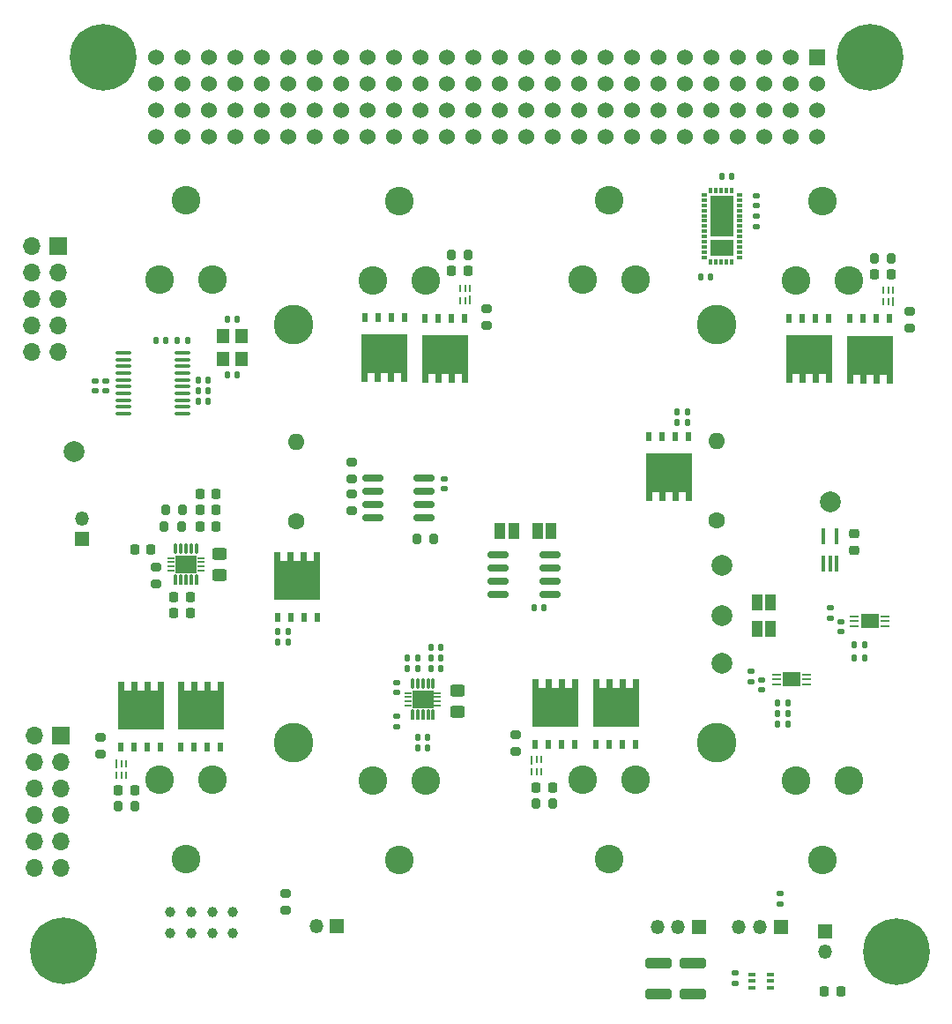
<source format=gbs>
G04 #@! TF.GenerationSoftware,KiCad,Pcbnew,(6.0.7)*
G04 #@! TF.CreationDate,2023-05-04T23:35:30-04:00*
G04 #@! TF.ProjectId,battery_board_v2,62617474-6572-4795-9f62-6f6172645f76,rev?*
G04 #@! TF.SameCoordinates,Original*
G04 #@! TF.FileFunction,Soldermask,Bot*
G04 #@! TF.FilePolarity,Negative*
%FSLAX46Y46*%
G04 Gerber Fmt 4.6, Leading zero omitted, Abs format (unit mm)*
G04 Created by KiCad (PCBNEW (6.0.7)) date 2023-05-04 23:35:30*
%MOMM*%
%LPD*%
G01*
G04 APERTURE LIST*
G04 Aperture macros list*
%AMRoundRect*
0 Rectangle with rounded corners*
0 $1 Rounding radius*
0 $2 $3 $4 $5 $6 $7 $8 $9 X,Y pos of 4 corners*
0 Add a 4 corners polygon primitive as box body*
4,1,4,$2,$3,$4,$5,$6,$7,$8,$9,$2,$3,0*
0 Add four circle primitives for the rounded corners*
1,1,$1+$1,$2,$3*
1,1,$1+$1,$4,$5*
1,1,$1+$1,$6,$7*
1,1,$1+$1,$8,$9*
0 Add four rect primitives between the rounded corners*
20,1,$1+$1,$2,$3,$4,$5,0*
20,1,$1+$1,$4,$5,$6,$7,0*
20,1,$1+$1,$6,$7,$8,$9,0*
20,1,$1+$1,$8,$9,$2,$3,0*%
%AMFreePoly0*
4,1,17,2.675000,1.605000,1.875000,1.605000,1.875000,0.935000,2.675000,0.935000,2.675000,0.335000,1.875000,0.335000,1.875000,-0.335000,2.675000,-0.335000,2.675000,-0.935000,1.875000,-0.935000,1.875000,-1.605000,2.675000,-1.605000,2.675000,-2.205000,-1.875000,-2.205000,-1.875000,2.205000,2.675000,2.205000,2.675000,1.605000,2.675000,1.605000,$1*%
G04 Aperture macros list end*
%ADD10R,1.350000X1.350000*%
%ADD11O,1.350000X1.350000*%
%ADD12C,3.800000*%
%ADD13C,3.600000*%
%ADD14C,6.400000*%
%ADD15C,1.600000*%
%ADD16O,1.600000X1.600000*%
%ADD17R,1.700000X1.700000*%
%ADD18O,1.700000X1.700000*%
%ADD19C,2.745000*%
%ADD20C,1.000000*%
%ADD21R,1.524000X1.524000*%
%ADD22C,1.524000*%
%ADD23RoundRect,0.225000X0.225000X0.250000X-0.225000X0.250000X-0.225000X-0.250000X0.225000X-0.250000X0*%
%ADD24RoundRect,0.200000X0.275000X-0.200000X0.275000X0.200000X-0.275000X0.200000X-0.275000X-0.200000X0*%
%ADD25R,1.200000X1.400000*%
%ADD26R,1.000000X1.500000*%
%ADD27O,0.420000X0.990000*%
%ADD28RoundRect,0.070000X0.140000X-0.140000X0.140000X0.140000X-0.140000X0.140000X-0.140000X-0.140000X0*%
%ADD29R,0.700000X0.250000*%
%ADD30R,0.600000X0.230000*%
%ADD31R,0.900000X0.650000*%
%ADD32C,0.600000*%
%ADD33R,2.150000X1.700000*%
%ADD34RoundRect,0.225000X-0.225000X-0.250000X0.225000X-0.250000X0.225000X0.250000X-0.225000X0.250000X0*%
%ADD35RoundRect,0.135000X-0.135000X-0.185000X0.135000X-0.185000X0.135000X0.185000X-0.135000X0.185000X0*%
%ADD36RoundRect,0.150000X-0.825000X-0.150000X0.825000X-0.150000X0.825000X0.150000X-0.825000X0.150000X0*%
%ADD37FreePoly0,90.000000*%
%ADD38R,0.500000X0.850000*%
%ADD39RoundRect,0.225000X0.250000X-0.225000X0.250000X0.225000X-0.250000X0.225000X-0.250000X-0.225000X0*%
%ADD40RoundRect,0.135000X-0.185000X0.135000X-0.185000X-0.135000X0.185000X-0.135000X0.185000X0.135000X0*%
%ADD41RoundRect,0.135000X0.135000X0.185000X-0.135000X0.185000X-0.135000X-0.185000X0.135000X-0.185000X0*%
%ADD42R,0.280000X0.850000*%
%ADD43R,0.280000X0.750000*%
%ADD44RoundRect,0.200000X-0.200000X-0.275000X0.200000X-0.275000X0.200000X0.275000X-0.200000X0.275000X0*%
%ADD45RoundRect,0.218750X0.218750X0.256250X-0.218750X0.256250X-0.218750X-0.256250X0.218750X-0.256250X0*%
%ADD46FreePoly0,270.000000*%
%ADD47RoundRect,0.200000X-0.275000X0.200000X-0.275000X-0.200000X0.275000X-0.200000X0.275000X0.200000X0*%
%ADD48RoundRect,0.140000X0.170000X-0.140000X0.170000X0.140000X-0.170000X0.140000X-0.170000X-0.140000X0*%
%ADD49RoundRect,0.250000X0.450000X-0.325000X0.450000X0.325000X-0.450000X0.325000X-0.450000X-0.325000X0*%
%ADD50RoundRect,0.140000X-0.140000X-0.170000X0.140000X-0.170000X0.140000X0.170000X-0.140000X0.170000X0*%
%ADD51RoundRect,0.135000X0.185000X-0.135000X0.185000X0.135000X-0.185000X0.135000X-0.185000X-0.135000X0*%
%ADD52C,2.000000*%
%ADD53R,0.400000X1.500000*%
%ADD54RoundRect,0.147500X-0.147500X-0.172500X0.147500X-0.172500X0.147500X0.172500X-0.147500X0.172500X0*%
%ADD55R,0.812800X0.254000*%
%ADD56R,1.752600X1.447800*%
%ADD57RoundRect,0.140000X0.140000X0.170000X-0.140000X0.170000X-0.140000X-0.170000X0.140000X-0.170000X0*%
%ADD58RoundRect,0.200000X0.200000X0.275000X-0.200000X0.275000X-0.200000X-0.275000X0.200000X-0.275000X0*%
%ADD59RoundRect,0.140000X-0.170000X0.140000X-0.170000X-0.140000X0.170000X-0.140000X0.170000X0.140000X0*%
%ADD60RoundRect,0.229494X-1.020506X0.269406X-1.020506X-0.269406X1.020506X-0.269406X1.020506X0.269406X0*%
%ADD61R,0.660000X0.300000*%
%ADD62RoundRect,0.100000X0.637500X0.100000X-0.637500X0.100000X-0.637500X-0.100000X0.637500X-0.100000X0*%
%ADD63RoundRect,0.009000X-0.244700X-0.141000X0.244700X-0.141000X0.244700X0.141000X-0.244700X0.141000X0*%
%ADD64RoundRect,0.009000X0.141000X-0.244700X0.141000X0.244700X-0.141000X0.244700X-0.141000X-0.244700X0*%
%ADD65RoundRect,0.050000X1.075000X-1.868000X1.075000X1.868000X-1.075000X1.868000X-1.075000X-1.868000X0*%
%ADD66RoundRect,0.050000X1.075000X-0.707000X1.075000X0.707000X-1.075000X0.707000X-1.075000X-0.707000X0*%
G04 APERTURE END LIST*
D10*
X187452000Y-135906000D03*
D11*
X187452000Y-137906000D03*
D10*
X183225000Y-135475000D03*
D11*
X181225000Y-135475000D03*
X179225000Y-135475000D03*
D12*
X177038000Y-77724000D03*
D13*
X194310000Y-137922000D03*
D14*
X194310000Y-137922000D03*
D15*
X177038000Y-96520000D03*
D16*
X177038000Y-88900000D03*
D14*
X114300000Y-137795000D03*
D13*
X114300000Y-137795000D03*
D10*
X116078000Y-98298000D03*
D11*
X116078000Y-96298000D03*
D10*
X175375000Y-135525000D03*
D11*
X173375000Y-135525000D03*
X171375000Y-135525000D03*
D17*
X114066000Y-117119000D03*
D18*
X111526000Y-117119000D03*
X114066000Y-119659000D03*
X111526000Y-119659000D03*
X114066000Y-122199000D03*
X111526000Y-122199000D03*
X114066000Y-124739000D03*
X111526000Y-124739000D03*
X114066000Y-127279000D03*
X111526000Y-127279000D03*
X114066000Y-129819000D03*
X111526000Y-129819000D03*
D13*
X118110000Y-52070000D03*
D14*
X118110000Y-52070000D03*
D12*
X136398000Y-117856000D03*
D19*
X164211000Y-73406000D03*
X169291000Y-73406000D03*
X166751000Y-65786000D03*
X166751000Y-129032000D03*
X169291000Y-121406000D03*
X164211000Y-121406000D03*
D20*
X130618000Y-134067000D03*
X128618000Y-134067000D03*
X126618000Y-134067000D03*
X124618000Y-134067000D03*
X130618000Y-136067000D03*
X128618000Y-136067000D03*
X126618000Y-136067000D03*
X124618000Y-136067000D03*
D19*
X184658000Y-121444000D03*
X187198000Y-129064000D03*
X189738000Y-121444000D03*
X184658000Y-73444000D03*
X189738000Y-73444000D03*
X187198000Y-65818000D03*
D10*
X140600000Y-135450000D03*
D11*
X138600000Y-135450000D03*
D15*
X136652000Y-96577000D03*
D16*
X136652000Y-88957000D03*
D12*
X136398000Y-77724000D03*
D21*
X186690000Y-52070000D03*
D22*
X186690000Y-54610000D03*
X184150000Y-52070000D03*
X184150000Y-54610000D03*
X181610000Y-52070000D03*
X181610000Y-54610000D03*
X179070000Y-52070000D03*
X179070000Y-54610000D03*
X176530000Y-52070000D03*
X176530000Y-54610000D03*
X173990000Y-52070000D03*
X173990000Y-54610000D03*
X171450000Y-52070000D03*
X171450000Y-54610000D03*
X168910000Y-52070000D03*
X168910000Y-54610000D03*
X166370000Y-52070000D03*
X166370000Y-54610000D03*
X163830000Y-52070000D03*
X163830000Y-54610000D03*
X161290000Y-52070000D03*
X161290000Y-54610000D03*
X158750000Y-52070000D03*
X158750000Y-54610000D03*
X156210000Y-52070000D03*
X156210000Y-54610000D03*
X153670000Y-52070000D03*
X153670000Y-54610000D03*
X151130000Y-52070000D03*
X151130000Y-54610000D03*
X148590000Y-52070000D03*
X148590000Y-54610000D03*
X146050000Y-52070000D03*
X146050000Y-54610000D03*
X143510000Y-52070000D03*
X143510000Y-54610000D03*
X140970000Y-52070000D03*
X140970000Y-54610000D03*
X138430000Y-52070000D03*
X138430000Y-54610000D03*
X135890000Y-52070000D03*
X135890000Y-54610000D03*
X133350000Y-52070000D03*
X133350000Y-54610000D03*
X130810000Y-52070000D03*
X130810000Y-54610000D03*
X128270000Y-52070000D03*
X128270000Y-54610000D03*
X125730000Y-52070000D03*
X125730000Y-54610000D03*
X123190000Y-52070000D03*
X123190000Y-54610000D03*
X186690000Y-57150000D03*
X186690000Y-59690000D03*
X184150000Y-57150000D03*
X184150000Y-59690000D03*
X181610000Y-57150000D03*
X181610000Y-59690000D03*
X179070000Y-57150000D03*
X179070000Y-59690000D03*
X176530000Y-57150000D03*
X176530000Y-59690000D03*
X173990000Y-57150000D03*
X173990000Y-59690000D03*
X171450000Y-57150000D03*
X171450000Y-59690000D03*
X168910000Y-57150000D03*
X168910000Y-59690000D03*
X166370000Y-57150000D03*
X166370000Y-59690000D03*
X163830000Y-57150000D03*
X163830000Y-59690000D03*
X161290000Y-57150000D03*
X161290000Y-59690000D03*
X158750000Y-57150000D03*
X158750000Y-59690000D03*
X156210000Y-57150000D03*
X156210000Y-59690000D03*
X153670000Y-57150000D03*
X153670000Y-59690000D03*
X151130000Y-57150000D03*
X151130000Y-59690000D03*
X148590000Y-57150000D03*
X148590000Y-59690000D03*
X146050000Y-57150000D03*
X146050000Y-59690000D03*
X143510000Y-57150000D03*
X143510000Y-59690000D03*
X140970000Y-57150000D03*
X140970000Y-59690000D03*
X138430000Y-57150000D03*
X138430000Y-59690000D03*
X135890000Y-57150000D03*
X135890000Y-59690000D03*
X133350000Y-57150000D03*
X133350000Y-59690000D03*
X130810000Y-57150000D03*
X130810000Y-59690000D03*
X128270000Y-57150000D03*
X128270000Y-59690000D03*
X125730000Y-57150000D03*
X125730000Y-59690000D03*
X123190000Y-57150000D03*
X123190000Y-59690000D03*
D19*
X144018000Y-121444000D03*
X149098000Y-121444000D03*
X146558000Y-129064000D03*
X149098000Y-73444000D03*
X144018000Y-73444000D03*
X146558000Y-65818000D03*
D12*
X177038000Y-117856000D03*
D19*
X123571000Y-73406000D03*
X128651000Y-73406000D03*
X126111000Y-65786000D03*
X123571000Y-121406000D03*
X128651000Y-121406000D03*
X126111000Y-129032000D03*
D13*
X191770000Y-52070000D03*
D14*
X191770000Y-52070000D03*
D17*
X113812000Y-70134000D03*
D18*
X111272000Y-70134000D03*
X113812000Y-72674000D03*
X111272000Y-72674000D03*
X113812000Y-75214000D03*
X111272000Y-75214000D03*
X113812000Y-77754000D03*
X111272000Y-77754000D03*
X113812000Y-80294000D03*
X111272000Y-80294000D03*
D23*
X161303000Y-122174000D03*
X159753000Y-122174000D03*
D24*
X141986000Y-92519000D03*
X141986000Y-90869000D03*
D25*
X131406000Y-78826000D03*
X131406000Y-81026000D03*
X129706000Y-81026000D03*
X129706000Y-78826000D03*
D26*
X156270000Y-97536000D03*
X157570000Y-97536000D03*
D27*
X149850000Y-115125000D03*
D28*
X149850000Y-115410000D03*
X149350000Y-115410000D03*
D27*
X149350000Y-115125000D03*
X148850000Y-115125000D03*
D28*
X148850000Y-115410000D03*
X148350000Y-115410000D03*
D27*
X148350000Y-115125000D03*
D28*
X147850000Y-115410000D03*
D27*
X147850000Y-115125000D03*
D28*
X147850000Y-111890000D03*
D27*
X147850000Y-112175000D03*
D28*
X148350000Y-111890000D03*
D27*
X148350000Y-112175000D03*
D28*
X148850000Y-111890000D03*
D27*
X148850000Y-112175000D03*
X149350000Y-112175000D03*
D28*
X149350000Y-111890000D03*
X149850000Y-111890000D03*
D27*
X149850000Y-112175000D03*
D29*
X147425000Y-113850000D03*
D30*
X150275000Y-113050000D03*
D31*
X149410000Y-113215000D03*
D30*
X147425000Y-113050000D03*
X147425000Y-114250000D03*
X147425000Y-113450000D03*
D32*
X149350000Y-113150000D03*
D29*
X147425000Y-114250000D03*
D31*
X149410000Y-114085000D03*
D29*
X150275000Y-114250000D03*
X150275000Y-113850000D03*
D32*
X148850000Y-113650000D03*
X148350000Y-114150000D03*
D29*
X150275000Y-113050000D03*
D30*
X150275000Y-113850000D03*
D29*
X147425000Y-113050000D03*
D32*
X148350000Y-113150000D03*
D30*
X147425000Y-113850000D03*
X150275000Y-114250000D03*
D33*
X148850000Y-113650000D03*
D32*
X149350000Y-114150000D03*
D31*
X148290000Y-114085000D03*
D29*
X147425000Y-113450000D03*
X150275000Y-113450000D03*
D31*
X148290000Y-113215000D03*
D30*
X150275000Y-113450000D03*
D34*
X127425000Y-95504000D03*
X128975000Y-95504000D03*
D35*
X147318000Y-110744000D03*
X148338000Y-110744000D03*
D36*
X144060000Y-96266000D03*
X144060000Y-94996000D03*
X144060000Y-93726000D03*
X144060000Y-92456000D03*
X149010000Y-92456000D03*
X149010000Y-93726000D03*
X149010000Y-94996000D03*
X149010000Y-96266000D03*
D37*
X161544000Y-114412000D03*
D38*
X163449000Y-117962000D03*
X162179000Y-117962000D03*
X160909000Y-117962000D03*
X159639000Y-117962000D03*
D39*
X190246000Y-99327000D03*
X190246000Y-97777000D03*
D40*
X187960000Y-104900000D03*
X187960000Y-105920000D03*
X180340000Y-110996000D03*
X180340000Y-112016000D03*
D35*
X190244000Y-109728000D03*
X191264000Y-109728000D03*
D41*
X183898000Y-114046000D03*
X182878000Y-114046000D03*
D42*
X153408000Y-75307000D03*
D43*
X152908000Y-75357000D03*
X152408000Y-75357000D03*
X152408000Y-74207000D03*
X152908000Y-74207000D03*
X153408000Y-74207000D03*
D44*
X192215000Y-71374000D03*
X193865000Y-71374000D03*
D45*
X189001500Y-141732000D03*
X187426500Y-141732000D03*
D46*
X150964000Y-80606000D03*
D38*
X149059000Y-77056000D03*
X150329000Y-77056000D03*
X151599000Y-77056000D03*
X152869000Y-77056000D03*
D35*
X173226000Y-86106000D03*
X174246000Y-86106000D03*
D47*
X154940000Y-76137000D03*
X154940000Y-77787000D03*
D48*
X150876000Y-93444000D03*
X150876000Y-92484000D03*
D46*
X145200000Y-80518000D03*
D38*
X143295000Y-76968000D03*
X144565000Y-76968000D03*
X145835000Y-76968000D03*
X147105000Y-76968000D03*
D42*
X119388000Y-119871000D03*
D43*
X119888000Y-119821000D03*
X120388000Y-119821000D03*
X120388000Y-120971000D03*
X119888000Y-120971000D03*
X119388000Y-120971000D03*
D35*
X182878000Y-115062000D03*
X183898000Y-115062000D03*
D41*
X183898000Y-116078000D03*
X182878000Y-116078000D03*
D49*
X152146000Y-114830000D03*
X152146000Y-112780000D03*
D50*
X149634000Y-110744000D03*
X150594000Y-110744000D03*
D51*
X146304000Y-116334000D03*
X146304000Y-115314000D03*
D47*
X195580000Y-76391000D03*
X195580000Y-78041000D03*
D52*
X177546000Y-100838000D03*
X177546000Y-110236000D03*
D53*
X188610000Y-100644000D03*
X187960000Y-100644000D03*
X187310000Y-100644000D03*
X187310000Y-97984000D03*
X188610000Y-97984000D03*
D41*
X135892000Y-107188000D03*
X134872000Y-107188000D03*
D54*
X127254000Y-84074000D03*
X128224000Y-84074000D03*
D55*
X185707800Y-111260001D03*
X185707800Y-111760000D03*
X185707800Y-112259999D03*
X182812200Y-112259999D03*
X182812200Y-111760000D03*
X182812200Y-111260001D03*
D56*
X184260000Y-111760000D03*
D37*
X167386000Y-114412000D03*
D38*
X169291000Y-117962000D03*
X168021000Y-117962000D03*
X166751000Y-117962000D03*
X165481000Y-117962000D03*
D41*
X148338000Y-109728000D03*
X147318000Y-109728000D03*
X191264000Y-108458000D03*
X190244000Y-108458000D03*
D37*
X136818000Y-102274000D03*
D38*
X138723000Y-105824000D03*
X137453000Y-105824000D03*
X136183000Y-105824000D03*
X134913000Y-105824000D03*
D34*
X127425000Y-93980000D03*
X128975000Y-93980000D03*
D23*
X126492000Y-105410000D03*
X124942000Y-105410000D03*
D37*
X127508000Y-114720000D03*
D38*
X129413000Y-118270000D03*
X128143000Y-118270000D03*
X126873000Y-118270000D03*
X125603000Y-118270000D03*
D23*
X122725000Y-99250000D03*
X121175000Y-99250000D03*
D57*
X176502000Y-73152000D03*
X175542000Y-73152000D03*
D58*
X121221000Y-123952000D03*
X119571000Y-123952000D03*
D41*
X135892000Y-108204000D03*
X134872000Y-108204000D03*
D50*
X130076000Y-82550000D03*
X131036000Y-82550000D03*
D35*
X173226000Y-87122000D03*
X174246000Y-87122000D03*
D59*
X117348000Y-83086000D03*
X117348000Y-84046000D03*
D47*
X123220000Y-100935000D03*
X123220000Y-102585000D03*
D37*
X121754000Y-114720000D03*
D38*
X123659000Y-118270000D03*
X122389000Y-118270000D03*
X121119000Y-118270000D03*
X119849000Y-118270000D03*
D52*
X177546000Y-105664000D03*
D48*
X180848000Y-66266000D03*
X180848000Y-65306000D03*
D58*
X125675000Y-97100000D03*
X124025000Y-97100000D03*
D44*
X151575000Y-70972000D03*
X153225000Y-70972000D03*
D60*
X171450000Y-138962000D03*
X171450000Y-141962000D03*
D58*
X149923000Y-98298000D03*
X148273000Y-98298000D03*
D51*
X180848000Y-68328000D03*
X180848000Y-67308000D03*
D35*
X125220000Y-79248000D03*
X126240000Y-79248000D03*
D51*
X178816000Y-140972000D03*
X178816000Y-139952000D03*
D61*
X182276000Y-140066000D03*
X182276000Y-140716000D03*
X182276000Y-141366000D03*
X180436000Y-141366000D03*
X180436000Y-140716000D03*
X180436000Y-140066000D03*
D52*
X187960000Y-94742000D03*
D34*
X192265000Y-72898000D03*
X193815000Y-72898000D03*
D50*
X127259000Y-83058000D03*
X128219000Y-83058000D03*
D46*
X185928000Y-80606000D03*
D38*
X184023000Y-77056000D03*
X185293000Y-77056000D03*
X186563000Y-77056000D03*
X187833000Y-77056000D03*
D60*
X174752000Y-138986000D03*
X174752000Y-141986000D03*
D24*
X117856000Y-118935000D03*
X117856000Y-117285000D03*
D34*
X151625000Y-72496000D03*
X153175000Y-72496000D03*
D51*
X183134000Y-133352000D03*
X183134000Y-132332000D03*
D34*
X127425000Y-97050000D03*
X128975000Y-97050000D03*
D50*
X123218000Y-79248000D03*
X124178000Y-79248000D03*
D47*
X141986000Y-93917000D03*
X141986000Y-95567000D03*
D46*
X191770000Y-80660000D03*
D38*
X189865000Y-77110000D03*
X191135000Y-77110000D03*
X192405000Y-77110000D03*
X193675000Y-77110000D03*
D42*
X159266000Y-119505000D03*
D43*
X159766000Y-119455000D03*
X160266000Y-119455000D03*
X160266000Y-120605000D03*
X159766000Y-120605000D03*
X159266000Y-120605000D03*
D26*
X159878000Y-97536000D03*
X161178000Y-97536000D03*
D24*
X135636000Y-133921000D03*
X135636000Y-132271000D03*
D23*
X126492000Y-103886000D03*
X124942000Y-103886000D03*
D46*
X172466000Y-91948000D03*
D38*
X170561000Y-88398000D03*
X171831000Y-88398000D03*
X173101000Y-88398000D03*
X174371000Y-88398000D03*
D58*
X161353000Y-123698000D03*
X159703000Y-123698000D03*
D44*
X124143000Y-95504000D03*
X125793000Y-95504000D03*
D57*
X149324000Y-117348000D03*
X148364000Y-117348000D03*
D24*
X157734000Y-118681000D03*
X157734000Y-117031000D03*
D62*
X125798500Y-80387000D03*
X125798500Y-81037000D03*
X125798500Y-81687000D03*
X125798500Y-82337000D03*
X125798500Y-82987000D03*
X125798500Y-83637000D03*
X125798500Y-84287000D03*
X125798500Y-84937000D03*
X125798500Y-85587000D03*
X125798500Y-86237000D03*
X120073500Y-86237000D03*
X120073500Y-85587000D03*
X120073500Y-84937000D03*
X120073500Y-84287000D03*
X120073500Y-83637000D03*
X120073500Y-82987000D03*
X120073500Y-82337000D03*
X120073500Y-81687000D03*
X120073500Y-81037000D03*
X120073500Y-80387000D03*
D57*
X131036000Y-77216000D03*
X130076000Y-77216000D03*
D42*
X194048000Y-75455000D03*
D43*
X193548000Y-75505000D03*
X193048000Y-75505000D03*
X193048000Y-74355000D03*
X193548000Y-74355000D03*
X194048000Y-74355000D03*
D59*
X118364000Y-83086000D03*
X118364000Y-84046000D03*
D50*
X149606000Y-109728000D03*
X150566000Y-109728000D03*
D59*
X188976000Y-106228000D03*
X188976000Y-107188000D03*
X181356000Y-111788000D03*
X181356000Y-112748000D03*
D49*
X129320000Y-101755000D03*
X129320000Y-99705000D03*
D36*
X156086000Y-103632000D03*
X156086000Y-102362000D03*
X156086000Y-101092000D03*
X156086000Y-99822000D03*
X161036000Y-99822000D03*
X161036000Y-101092000D03*
X161036000Y-102362000D03*
X161036000Y-103632000D03*
D26*
X182258000Y-104328000D03*
X180958000Y-104328000D03*
D59*
X146304000Y-112042000D03*
X146304000Y-113002000D03*
D57*
X160500000Y-104902000D03*
X159540000Y-104902000D03*
X128219000Y-85090000D03*
X127259000Y-85090000D03*
X178534000Y-63500000D03*
X177574000Y-63500000D03*
D63*
X175895000Y-71218200D03*
X175895000Y-70716200D03*
X175895000Y-70216200D03*
X175895000Y-69716200D03*
X175895000Y-69215000D03*
X175895000Y-68713000D03*
X175895000Y-68213000D03*
X175895000Y-67713000D03*
X175895000Y-67255800D03*
X175895000Y-66753800D03*
X175895000Y-66253800D03*
X175895000Y-65753800D03*
X175895000Y-65252600D03*
D64*
X176504600Y-64846200D03*
X177004600Y-64846200D03*
X177504600Y-64846200D03*
X178028600Y-64846200D03*
X178528600Y-64846200D03*
D63*
X179247800Y-65252600D03*
X179247800Y-65753800D03*
X179247800Y-66253800D03*
X179247800Y-66753800D03*
X179247800Y-67255800D03*
X179247800Y-67713000D03*
X179247800Y-68213000D03*
X179247800Y-68713000D03*
X179247800Y-69215000D03*
X179247800Y-69716200D03*
X179247800Y-70216200D03*
X179247800Y-70716200D03*
X179247800Y-71218200D03*
D64*
X178528600Y-71653400D03*
X178028600Y-71653400D03*
X177504600Y-71653400D03*
X177004600Y-71653400D03*
X176504600Y-71653400D03*
D65*
X177571400Y-67284600D03*
D66*
X177571400Y-70332600D03*
D52*
X115316000Y-89916000D03*
D27*
X127100000Y-102175000D03*
D28*
X127100000Y-102460000D03*
X126600000Y-102460000D03*
D27*
X126600000Y-102175000D03*
D28*
X126100000Y-102460000D03*
D27*
X126100000Y-102175000D03*
D28*
X125600000Y-102460000D03*
D27*
X125600000Y-102175000D03*
D28*
X125100000Y-102460000D03*
D27*
X125100000Y-102175000D03*
D28*
X125100000Y-98940000D03*
D27*
X125100000Y-99225000D03*
D28*
X125600000Y-98940000D03*
D27*
X125600000Y-99225000D03*
D28*
X126100000Y-98940000D03*
D27*
X126100000Y-99225000D03*
D28*
X126600000Y-98940000D03*
D27*
X126600000Y-99225000D03*
X127100000Y-99225000D03*
D28*
X127100000Y-98940000D03*
D29*
X124675000Y-100500000D03*
X127525000Y-100900000D03*
D30*
X124675000Y-100100000D03*
D32*
X126100000Y-100700000D03*
D30*
X124675000Y-100900000D03*
D32*
X125600000Y-101200000D03*
D31*
X125540000Y-101135000D03*
D30*
X127525000Y-100100000D03*
D32*
X125600000Y-100200000D03*
D31*
X126660000Y-101135000D03*
D30*
X124675000Y-101300000D03*
D32*
X126600000Y-100200000D03*
X126600000Y-101200000D03*
D29*
X127525000Y-101300000D03*
D30*
X127525000Y-101300000D03*
D29*
X124675000Y-100100000D03*
X127525000Y-100500000D03*
D31*
X126660000Y-100265000D03*
D33*
X126100000Y-100700000D03*
D29*
X127525000Y-100100000D03*
D30*
X127525000Y-100900000D03*
X127525000Y-100500000D03*
D31*
X125540000Y-100265000D03*
D29*
X124675000Y-100900000D03*
D30*
X124675000Y-100500000D03*
D29*
X124675000Y-101300000D03*
D26*
X182258000Y-106868000D03*
X180958000Y-106868000D03*
D55*
X193217800Y-105672001D03*
X193217800Y-106172000D03*
X193217800Y-106671999D03*
X190322200Y-106671999D03*
X190322200Y-106172000D03*
X190322200Y-105672001D03*
D56*
X191770000Y-106172000D03*
D23*
X121171000Y-122428000D03*
X119621000Y-122428000D03*
D50*
X149606000Y-108712000D03*
X150566000Y-108712000D03*
D57*
X149324000Y-118364000D03*
X148364000Y-118364000D03*
M02*

</source>
